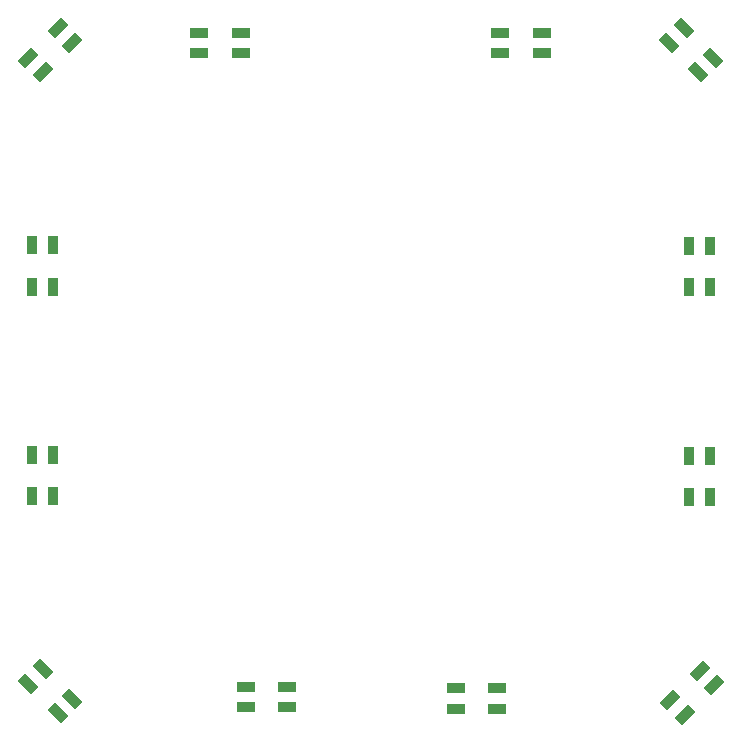
<source format=gbr>
%TF.GenerationSoftware,KiCad,Pcbnew,9.0.3*%
%TF.CreationDate,2025-07-24T19:08:25+05:30*%
%TF.ProjectId,hackpad,6861636b-7061-4642-9e6b-696361645f70,rev?*%
%TF.SameCoordinates,Original*%
%TF.FileFunction,Paste,Bot*%
%TF.FilePolarity,Positive*%
%FSLAX46Y46*%
G04 Gerber Fmt 4.6, Leading zero omitted, Abs format (unit mm)*
G04 Created by KiCad (PCBNEW 9.0.3) date 2025-07-24 19:08:25*
%MOMM*%
%LPD*%
G01*
G04 APERTURE LIST*
G04 Aperture macros list*
%AMRotRect*
0 Rectangle, with rotation*
0 The origin of the aperture is its center*
0 $1 length*
0 $2 width*
0 $3 Rotation angle, in degrees counterclockwise*
0 Add horizontal line*
21,1,$1,$2,0,0,$3*%
G04 Aperture macros list end*
%ADD10R,0.850000X1.600000*%
%ADD11RotRect,1.600000X0.850000X225.000000*%
%ADD12R,1.600000X0.850000*%
%ADD13RotRect,1.600000X0.850000X45.000000*%
%ADD14RotRect,1.600000X0.850000X135.000000*%
%ADD15RotRect,1.600000X0.850000X315.000000*%
G04 APERTURE END LIST*
D10*
%TO.C,D20*%
X118677000Y-107323653D03*
X120427000Y-107323653D03*
X120427000Y-110823653D03*
X118677000Y-110823653D03*
%TD*%
D11*
%TO.C,D10*%
X120814563Y-71214063D03*
X122052000Y-72451500D03*
X119577127Y-74926373D03*
X118339690Y-73688936D03*
%TD*%
D10*
%TO.C,D15*%
X176052000Y-110902797D03*
X174302000Y-110902797D03*
X174302000Y-107402797D03*
X176052000Y-107402797D03*
%TD*%
D12*
%TO.C,D18*%
X136736171Y-128701500D03*
X136736171Y-126951500D03*
X140236171Y-126951500D03*
X140236171Y-128701500D03*
%TD*%
D13*
%TO.C,D16*%
X173933282Y-129307655D03*
X172695845Y-128070218D03*
X175170718Y-125595345D03*
X176408155Y-126832782D03*
%TD*%
D12*
%TO.C,D12*%
X161802000Y-71576500D03*
X161802000Y-73326500D03*
X158302000Y-73326500D03*
X158302000Y-71576500D03*
%TD*%
D14*
%TO.C,D13*%
X176289437Y-73688936D03*
X175052000Y-74926373D03*
X172577127Y-72451500D03*
X173814564Y-71214063D03*
%TD*%
D10*
%TO.C,D14*%
X176052000Y-93118919D03*
X174302000Y-93118919D03*
X174302000Y-89618919D03*
X176052000Y-89618919D03*
%TD*%
%TO.C,D21*%
X118677000Y-89579347D03*
X120427000Y-89579347D03*
X120427000Y-93079347D03*
X118677000Y-93079347D03*
%TD*%
D15*
%TO.C,D19*%
X118339690Y-126714064D03*
X119577127Y-125476627D03*
X122052000Y-127951500D03*
X120814563Y-129188937D03*
%TD*%
D12*
%TO.C,D11*%
X136302000Y-71576500D03*
X136302000Y-73326500D03*
X132802000Y-73326500D03*
X132802000Y-71576500D03*
%TD*%
%TO.C,D17*%
X154511674Y-128826500D03*
X154511674Y-127076500D03*
X158011674Y-127076500D03*
X158011674Y-128826500D03*
%TD*%
M02*

</source>
